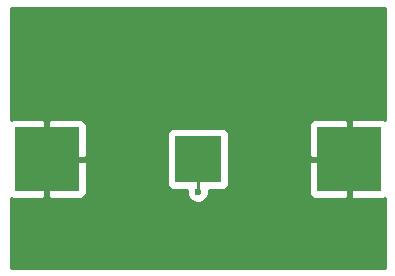
<source format=gbl>
G04 #@! TF.FileFunction,Copper,L2,Bot,Signal*
%FSLAX46Y46*%
G04 Gerber Fmt 4.6, Leading zero omitted, Abs format (unit mm)*
G04 Created by KiCad (PCBNEW 4.0.2-stable) date 2016 July 20, Wednesday 22:41:42*
%MOMM*%
G01*
G04 APERTURE LIST*
%ADD10C,0.100000*%
%ADD11R,4.000000X4.000000*%
%ADD12R,5.500000X5.500000*%
%ADD13C,0.600000*%
%ADD14C,0.250000*%
%ADD15C,0.254000*%
G04 APERTURE END LIST*
D10*
D11*
X147066000Y-106426000D03*
D12*
X134266000Y-106426000D03*
X159866000Y-106426000D03*
D13*
X147066000Y-109220000D03*
X142748000Y-105156000D03*
X149860000Y-99568000D03*
D14*
X147066000Y-106426000D02*
X147066000Y-109220000D01*
D15*
G36*
X162891000Y-103102590D02*
X162742309Y-103041000D01*
X160151750Y-103041000D01*
X159993000Y-103199750D01*
X159993000Y-106299000D01*
X160013000Y-106299000D01*
X160013000Y-106553000D01*
X159993000Y-106553000D01*
X159993000Y-109652250D01*
X160151750Y-109811000D01*
X162742309Y-109811000D01*
X162891000Y-109749410D01*
X162891000Y-115647000D01*
X131241000Y-115647000D01*
X131241000Y-109749410D01*
X131389691Y-109811000D01*
X133980250Y-109811000D01*
X134139000Y-109652250D01*
X134139000Y-106553000D01*
X134393000Y-106553000D01*
X134393000Y-109652250D01*
X134551750Y-109811000D01*
X137142309Y-109811000D01*
X137375698Y-109714327D01*
X137554327Y-109535699D01*
X137651000Y-109302310D01*
X137651000Y-106711750D01*
X137492250Y-106553000D01*
X134393000Y-106553000D01*
X134139000Y-106553000D01*
X134119000Y-106553000D01*
X134119000Y-106299000D01*
X134139000Y-106299000D01*
X134139000Y-103199750D01*
X134393000Y-103199750D01*
X134393000Y-106299000D01*
X137492250Y-106299000D01*
X137651000Y-106140250D01*
X137651000Y-104426000D01*
X144418560Y-104426000D01*
X144418560Y-108426000D01*
X144462838Y-108661317D01*
X144601910Y-108877441D01*
X144814110Y-109022431D01*
X145066000Y-109073440D01*
X146131127Y-109073440D01*
X146130838Y-109405167D01*
X146272883Y-109748943D01*
X146535673Y-110012192D01*
X146879201Y-110154838D01*
X147251167Y-110155162D01*
X147594943Y-110013117D01*
X147858192Y-109750327D01*
X148000838Y-109406799D01*
X148001128Y-109073440D01*
X149066000Y-109073440D01*
X149301317Y-109029162D01*
X149517441Y-108890090D01*
X149662431Y-108677890D01*
X149713440Y-108426000D01*
X149713440Y-106711750D01*
X156481000Y-106711750D01*
X156481000Y-109302310D01*
X156577673Y-109535699D01*
X156756302Y-109714327D01*
X156989691Y-109811000D01*
X159580250Y-109811000D01*
X159739000Y-109652250D01*
X159739000Y-106553000D01*
X156639750Y-106553000D01*
X156481000Y-106711750D01*
X149713440Y-106711750D01*
X149713440Y-104426000D01*
X149669162Y-104190683D01*
X149530090Y-103974559D01*
X149317890Y-103829569D01*
X149066000Y-103778560D01*
X145066000Y-103778560D01*
X144830683Y-103822838D01*
X144614559Y-103961910D01*
X144469569Y-104174110D01*
X144418560Y-104426000D01*
X137651000Y-104426000D01*
X137651000Y-103549690D01*
X156481000Y-103549690D01*
X156481000Y-106140250D01*
X156639750Y-106299000D01*
X159739000Y-106299000D01*
X159739000Y-103199750D01*
X159580250Y-103041000D01*
X156989691Y-103041000D01*
X156756302Y-103137673D01*
X156577673Y-103316301D01*
X156481000Y-103549690D01*
X137651000Y-103549690D01*
X137554327Y-103316301D01*
X137375698Y-103137673D01*
X137142309Y-103041000D01*
X134551750Y-103041000D01*
X134393000Y-103199750D01*
X134139000Y-103199750D01*
X133980250Y-103041000D01*
X131389691Y-103041000D01*
X131241000Y-103102590D01*
X131241000Y-93649000D01*
X162891000Y-93649000D01*
X162891000Y-103102590D01*
X162891000Y-103102590D01*
G37*
X162891000Y-103102590D02*
X162742309Y-103041000D01*
X160151750Y-103041000D01*
X159993000Y-103199750D01*
X159993000Y-106299000D01*
X160013000Y-106299000D01*
X160013000Y-106553000D01*
X159993000Y-106553000D01*
X159993000Y-109652250D01*
X160151750Y-109811000D01*
X162742309Y-109811000D01*
X162891000Y-109749410D01*
X162891000Y-115647000D01*
X131241000Y-115647000D01*
X131241000Y-109749410D01*
X131389691Y-109811000D01*
X133980250Y-109811000D01*
X134139000Y-109652250D01*
X134139000Y-106553000D01*
X134393000Y-106553000D01*
X134393000Y-109652250D01*
X134551750Y-109811000D01*
X137142309Y-109811000D01*
X137375698Y-109714327D01*
X137554327Y-109535699D01*
X137651000Y-109302310D01*
X137651000Y-106711750D01*
X137492250Y-106553000D01*
X134393000Y-106553000D01*
X134139000Y-106553000D01*
X134119000Y-106553000D01*
X134119000Y-106299000D01*
X134139000Y-106299000D01*
X134139000Y-103199750D01*
X134393000Y-103199750D01*
X134393000Y-106299000D01*
X137492250Y-106299000D01*
X137651000Y-106140250D01*
X137651000Y-104426000D01*
X144418560Y-104426000D01*
X144418560Y-108426000D01*
X144462838Y-108661317D01*
X144601910Y-108877441D01*
X144814110Y-109022431D01*
X145066000Y-109073440D01*
X146131127Y-109073440D01*
X146130838Y-109405167D01*
X146272883Y-109748943D01*
X146535673Y-110012192D01*
X146879201Y-110154838D01*
X147251167Y-110155162D01*
X147594943Y-110013117D01*
X147858192Y-109750327D01*
X148000838Y-109406799D01*
X148001128Y-109073440D01*
X149066000Y-109073440D01*
X149301317Y-109029162D01*
X149517441Y-108890090D01*
X149662431Y-108677890D01*
X149713440Y-108426000D01*
X149713440Y-106711750D01*
X156481000Y-106711750D01*
X156481000Y-109302310D01*
X156577673Y-109535699D01*
X156756302Y-109714327D01*
X156989691Y-109811000D01*
X159580250Y-109811000D01*
X159739000Y-109652250D01*
X159739000Y-106553000D01*
X156639750Y-106553000D01*
X156481000Y-106711750D01*
X149713440Y-106711750D01*
X149713440Y-104426000D01*
X149669162Y-104190683D01*
X149530090Y-103974559D01*
X149317890Y-103829569D01*
X149066000Y-103778560D01*
X145066000Y-103778560D01*
X144830683Y-103822838D01*
X144614559Y-103961910D01*
X144469569Y-104174110D01*
X144418560Y-104426000D01*
X137651000Y-104426000D01*
X137651000Y-103549690D01*
X156481000Y-103549690D01*
X156481000Y-106140250D01*
X156639750Y-106299000D01*
X159739000Y-106299000D01*
X159739000Y-103199750D01*
X159580250Y-103041000D01*
X156989691Y-103041000D01*
X156756302Y-103137673D01*
X156577673Y-103316301D01*
X156481000Y-103549690D01*
X137651000Y-103549690D01*
X137554327Y-103316301D01*
X137375698Y-103137673D01*
X137142309Y-103041000D01*
X134551750Y-103041000D01*
X134393000Y-103199750D01*
X134139000Y-103199750D01*
X133980250Y-103041000D01*
X131389691Y-103041000D01*
X131241000Y-103102590D01*
X131241000Y-93649000D01*
X162891000Y-93649000D01*
X162891000Y-103102590D01*
M02*

</source>
